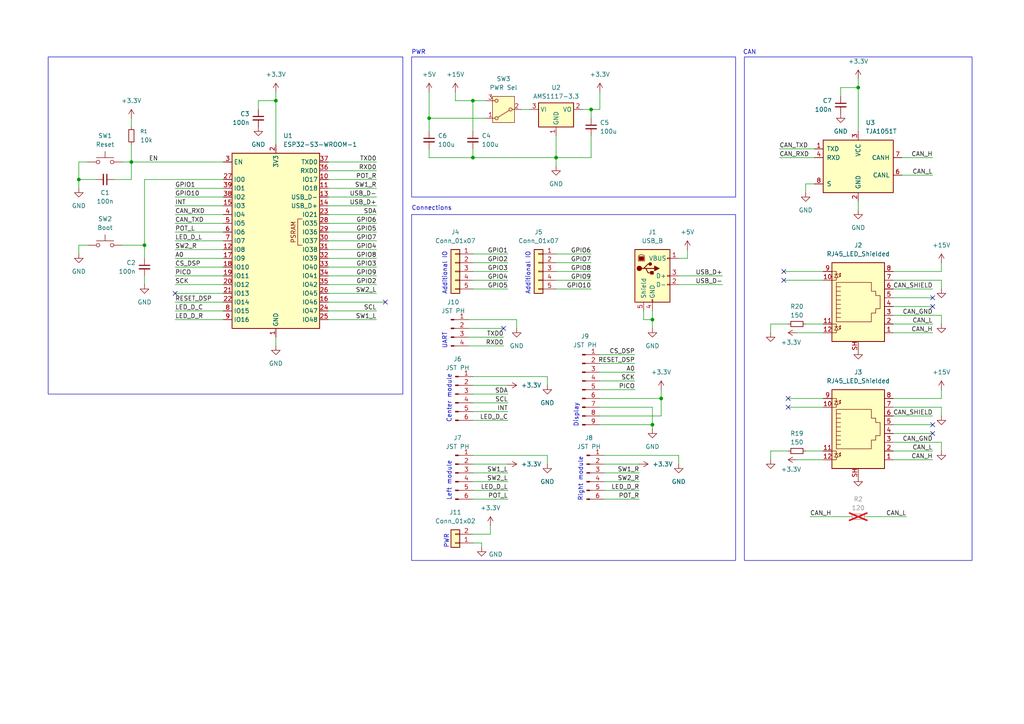
<source format=kicad_sch>
(kicad_sch (version 20250114) (generator "eeschema") (generator_version "9.0")
  (paper "A4")
  (lib_symbols
    (symbol "Connector:Conn_01x04_Pin" (pin_names (offset 1.016) (hide yes))
      (property "Reference" "J" (at 0 5.08 0))
      (property "Value" "Conn_01x04_Pin" (at 0 -7.62 0))
      (symbol "Conn_01x04_Pin_1_1"
        (pin passive line (at 5.08 2.54 180) (length 3.81) (name "Pin_1") (number "1"))
        (pin passive line (at 5.08 0 180) (length 3.81) (name "Pin_2") (number "2"))
        (pin passive line (at 5.08 -2.54 180) (length 3.81) (name "Pin_3") (number "3"))
        (pin passive line (at 5.08 -5.08 180) (length 3.81) (name "Pin_4") (number "4"))
      )
    )
    (symbol "Connector:Conn_01x06_Pin" (pin_names (offset 1.016) (hide yes))
      (property "Reference" "J" (at 0 7.62 0))
      (property "Value" "Conn_01x06_Pin" (at 0 -10.16 0))
      (symbol "Conn_01x06_Pin_1_1"
        (pin passive line (at 5.08 5.08 180) (length 3.81) (name "Pin_1") (number "1"))
        (pin passive line (at 5.08 2.54 180) (length 3.81) (name "Pin_2") (number "2"))
        (pin passive line (at 5.08 0 180) (length 3.81) (name "Pin_3") (number "3"))
        (pin passive line (at 5.08 -2.54 180) (length 3.81) (name "Pin_4") (number "4"))
        (pin passive line (at 5.08 -5.08 180) (length 3.81) (name "Pin_5") (number "5"))
        (pin passive line (at 5.08 -7.62 180) (length 3.81) (name "Pin_6") (number "6"))
      )
    )
    (symbol "Connector:Conn_01x09_Pin" (pin_names (offset 1.016) (hide yes))
      (property "Reference" "J" (at 0 12.7 0))
      (property "Value" "Conn_01x09_Pin" (at 0 -12.7 0))
      (symbol "Conn_01x09_Pin_1_1"
        (pin passive line (at 5.08 10.16 180) (length 3.81) (name "Pin_1") (number "1"))
        (pin passive line (at 5.08 7.62 180) (length 3.81) (name "Pin_2") (number "2"))
        (pin passive line (at 5.08 5.08 180) (length 3.81) (name "Pin_3") (number "3"))
        (pin passive line (at 5.08 2.54 180) (length 3.81) (name "Pin_4") (number "4"))
        (pin passive line (at 5.08 0 180) (length 3.81) (name "Pin_5") (number "5"))
        (pin passive line (at 5.08 -2.54 180) (length 3.81) (name "Pin_6") (number "6"))
        (pin passive line (at 5.08 -5.08 180) (length 3.81) (name "Pin_7") (number "7"))
        (pin passive line (at 5.08 -7.62 180) (length 3.81) (name "Pin_8") (number "8"))
        (pin passive line (at 5.08 -10.16 180) (length 3.81) (name "Pin_9") (number "9"))
      )
    )
    (symbol "Connector:RJ45_LED_Shielded" (pin_names (offset 1.016))
      (property "Reference" "J" (at -5.08 13.97 0))
      (property "Value" "RJ45_LED_Shielded" (at 1.27 13.97 0))
      (symbol "RJ45_LED_Shielded_1_1"
        (pin passive line (at -10.16 10.16 0) (length 2.54) (name "~") (number "9"))
        (pin passive line (at -10.16 7.62 0) (length 2.54) (name "~") (number "10"))
        (pin passive line (at -10.16 -5.08 0) (length 2.54) (name "~") (number "11"))
        (pin passive line (at -10.16 -7.62 0) (length 2.54) (name "~") (number "12"))
        (pin passive line (at 0 -12.7 90) (length 2.54) (name "~") (number "SH"))
        (pin passive line (at 10.16 10.16 180) (length 2.54) (name "~") (number "8"))
        (pin passive line (at 10.16 7.62 180) (length 2.54) (name "~") (number "7"))
        (pin passive line (at 10.16 5.08 180) (length 2.54) (name "~") (number "6"))
        (pin passive line (at 10.16 2.54 180) (length 2.54) (name "~") (number "5"))
        (pin passive line (at 10.16 0 180) (length 2.54) (name "~") (number "4"))
        (pin passive line (at 10.16 -2.54 180) (length 2.54) (name "~") (number "3"))
        (pin passive line (at 10.16 -5.08 180) (length 2.54) (name "~") (number "2"))
        (pin passive line (at 10.16 -7.62 180) (length 2.54) (name "~") (number "1"))
      )
    )
    (symbol "Connector:USB_B" (pin_names (offset 1.016))
      (property "Reference" "J" (at -5.08 11.43 0))
      (property "Value" "USB_B" (at -5.08 8.89 0))
      (symbol "USB_B_1_1"
        (pin passive line (at -2.54 -10.16 90) (length 2.54) (name "Shield") (number "5"))
        (pin power_out line (at 0 -10.16 90) (length 2.54) (name "GND") (number "4"))
        (pin power_out line (at 7.62 5.08 180) (length 2.54) (name "VBUS") (number "1"))
        (pin bidirectional line (at 7.62 0 180) (length 2.54) (name "D+") (number "3"))
        (pin bidirectional line (at 7.62 -2.54 180) (length 2.54) (name "D-") (number "2"))
      )
    )
    (symbol "Connector_Generic:Conn_01x02" (pin_names (offset 1.016) (hide yes))
      (property "Reference" "J" (at 0 2.54 0))
      (property "Value" "Conn_01x02" (at 0 -5.08 0))
      (symbol "Conn_01x02_1_1"
        (pin passive line (at -5.08 0 0) (length 3.81) (name "Pin_1") (number "1"))
        (pin passive line (at -5.08 -2.54 0) (length 3.81) (name "Pin_2") (number "2"))
      )
    )
    (symbol "Connector_Generic:Conn_01x05" (pin_names (offset 1.016) (hide yes))
      (property "Reference" "J" (at 0 7.62 0))
      (property "Value" "Conn_01x05" (at 0 -7.62 0))
      (symbol "Conn_01x05_1_1"
        (pin passive line (at -5.08 5.08 0) (length 3.81) (name "Pin_1") (number "1"))
        (pin passive line (at -5.08 2.54 0) (length 3.81) (name "Pin_2") (number "2"))
        (pin passive line (at -5.08 0 0) (length 3.81) (name "Pin_3") (number "3"))
        (pin passive line (at -5.08 -2.54 0) (length 3.81) (name "Pin_4") (number "4"))
        (pin passive line (at -5.08 -5.08 0) (length 3.81) (name "Pin_5") (number "5"))
      )
    )
    (symbol "Device:C_Small" (pin_numbers (hide yes)) (pin_names (offset 0.254) (hide yes))
      (property "Reference" "C" (at 0.254 1.778 0))
      (property "Value" "C_Small" (at 0.254 -2.032 0))
      (symbol "C_Small_1_1"
        (pin passive line (at 0 2.54 270) (length 2.032) (name "~") (number "1"))
        (pin passive line (at 0 -2.54 90) (length 2.032) (name "~") (number "2"))
      )
    )
    (symbol "Device:R_Small" (pin_numbers (hide yes)) (pin_names (offset 0.254) (hide yes))
      (property "Reference" "R" (at 0 0 90))
      (property "Value" "R_Small" (at 1.778 0 90))
      (symbol "R_Small_1_1"
        (pin passive line (at 0 2.54 270) (length 0.762) (name "~") (number "1"))
        (pin passive line (at 0 -2.54 90) (length 0.762) (name "~") (number "2"))
      )
    )
    (symbol "Interface_CAN_LIN:TJA1051T" (pin_names (offset 1.016))
      (property "Reference" "U" (at -10.16 8.89 0))
      (property "Value" "TJA1051T" (at 1.27 8.89 0))
      (symbol "TJA1051T_1_1"
        (pin input line (at -12.7 5.08 0) (length 2.54) (name "TXD") (number "1"))
        (pin output line (at -12.7 2.54 0) (length 2.54) (name "RXD") (number "4"))
        (pin input line (at -12.7 -5.08 0) (length 2.54) (name "S") (number "8"))
        (pin no_connect line (at -10.16 -2.54 0) (length 2.54) (hide yes) (name "NC") (number "5"))
        (pin power_in line (at 0 10.16 270) (length 2.54) (name "VCC") (number "3"))
        (pin power_in line (at 0 -10.16 90) (length 2.54) (name "GND") (number "2"))
        (pin bidirectional line (at 12.7 2.54 180) (length 2.54) (name "CANH") (number "7"))
        (pin bidirectional line (at 12.7 -2.54 180) (length 2.54) (name "CANL") (number "6"))
      )
    )
    (symbol "RF_Module:ESP32-S3-WROOM-1"
      (property "Reference" "U" (at -12.7 26.67 0))
      (property "Value" "ESP32-S3-WROOM-1" (at 12.7 26.67 0))
      (symbol "ESP32-S3-WROOM-1_0_0"
        (text "PSRAM" (at 5.08 2.54 900) (effects (font (size 1.27 1.27))))
      )
      (symbol "ESP32-S3-WROOM-1_1_1"
        (pin input line (at -15.24 22.86 0) (length 2.54) (name "EN") (number "3"))
        (pin bidirectional line (at -15.24 17.78 0) (length 2.54) (name "IO0") (number "27"))
        (pin bidirectional line (at -15.24 15.24 0) (length 2.54) (name "IO1") (number "39"))
        (pin bidirectional line (at -15.24 12.7 0) (length 2.54) (name "IO2") (number "38"))
        (pin bidirectional line (at -15.24 10.16 0) (length 2.54) (name "IO3") (number "15"))
        (pin bidirectional line (at -15.24 7.62 0) (length 2.54) (name "IO4") (number "4"))
        (pin bidirectional line (at -15.24 5.08 0) (length 2.54) (name "IO5") (number "5"))
        (pin bidirectional line (at -15.24 2.54 0) (length 2.54) (name "IO6") (number "6"))
        (pin bidirectional line (at -15.24 0 0) (length 2.54) (name "IO7") (number "7"))
        (pin bidirectional line (at -15.24 -2.54 0) (length 2.54) (name "IO8") (number "12"))
        (pin bidirectional line (at -15.24 -5.08 0) (length 2.54) (name "IO9") (number "17"))
        (pin bidirectional line (at -15.24 -7.62 0) (length 2.54) (name "IO10") (number "18"))
        (pin bidirectional line (at -15.24 -10.16 0) (length 2.54) (name "IO11") (number "19"))
        (pin bidirectional line (at -15.24 -12.7 0) (length 2.54) (name "IO12") (number "20"))
        (pin bidirectional line (at -15.24 -15.24 0) (length 2.54) (name "IO13") (number "21"))
        (pin bidirectional line (at -15.24 -17.78 0) (length 2.54) (name "IO14") (number "22"))
        (pin bidirectional line (at -15.24 -20.32 0) (length 2.54) (name "IO15") (number "8"))
        (pin bidirectional line (at -15.24 -22.86 0) (length 2.54) (name "IO16") (number "9"))
        (pin power_in line (at 0 27.94 270) (length 2.54) (name "3V3") (number "2"))
        (pin power_in line (at 0 -27.94 90) (length 2.54) (name "GND") (number "1"))
        (pin passive line (at 0 -27.94 90) (length 2.54) (hide yes) (name "GND") (number "40"))
        (pin passive line (at 0 -27.94 90) (length 2.54) (hide yes) (name "GND") (number "41"))
        (pin bidirectional line (at 15.24 22.86 180) (length 2.54) (name "TXD0") (number "37"))
        (pin bidirectional line (at 15.24 20.32 180) (length 2.54) (name "RXD0") (number "36"))
        (pin bidirectional line (at 15.24 17.78 180) (length 2.54) (name "IO17") (number "10"))
        (pin bidirectional line (at 15.24 15.24 180) (length 2.54) (name "IO18") (number "11"))
        (pin bidirectional line (at 15.24 12.7 180) (length 2.54) (name "USB_D-") (number "13"))
        (pin bidirectional line (at 15.24 10.16 180) (length 2.54) (name "USB_D+") (number "14"))
        (pin bidirectional line (at 15.24 7.62 180) (length 2.54) (name "IO21") (number "23"))
        (pin bidirectional line (at 15.24 5.08 180) (length 2.54) (name "IO35") (number "28"))
        (pin bidirectional line (at 15.24 2.54 180) (length 2.54) (name "IO36") (number "29"))
        (pin bidirectional line (at 15.24 0 180) (length 2.54) (name "IO37") (number "30"))
        (pin bidirectional line (at 15.24 -2.54 180) (length 2.54) (name "IO38") (number "31"))
        (pin bidirectional line (at 15.24 -5.08 180) (length 2.54) (name "IO39") (number "32"))
        (pin bidirectional line (at 15.24 -7.62 180) (length 2.54) (name "IO40") (number "33"))
        (pin bidirectional line (at 15.24 -10.16 180) (length 2.54) (name "IO41") (number "34"))
        (pin bidirectional line (at 15.24 -12.7 180) (length 2.54) (name "IO42") (number "35"))
        (pin bidirectional line (at 15.24 -15.24 180) (length 2.54) (name "IO45") (number "26"))
        (pin bidirectional line (at 15.24 -17.78 180) (length 2.54) (name "IO46") (number "16"))
        (pin bidirectional line (at 15.24 -20.32 180) (length 2.54) (name "IO47") (number "24"))
        (pin bidirectional line (at 15.24 -22.86 180) (length 2.54) (name "IO48") (number "25"))
      )
    )
    (symbol "Regulator_Linear:AMS1117-3.3"
      (property "Reference" "U" (at -3.81 3.175 0))
      (property "Value" "AMS1117-3.3" (at 0 3.175 0))
      (symbol "AMS1117-3.3_1_1"
        (pin power_in line (at -7.62 0 0) (length 2.54) (name "VI") (number "3"))
        (pin power_in line (at 0 -7.62 90) (length 2.54) (name "GND") (number "1"))
        (pin power_out line (at 7.62 0 180) (length 2.54) (name "VO") (number "2"))
      )
    )
    (symbol "Switch:SW_Push" (pin_numbers (hide yes)) (pin_names (offset 1.016) (hide yes))
      (property "Reference" "SW" (at 1.27 2.54 0))
      (property "Value" "SW_Push" (at 0 -1.524 0))
      (symbol "SW_Push_0_1"
        (pin passive line (at -5.08 0 0) (length 2.54) (name "1") (number "1"))
        (pin passive line (at 5.08 0 180) (length 2.54) (name "2") (number "2"))
      )
    )
    (symbol "Switch:SW_SPDT" (pin_names (offset 0) (hide yes))
      (property "Reference" "SW" (at 0 5.08 0))
      (property "Value" "SW_SPDT" (at 0 -5.08 0))
      (symbol "SW_SPDT_1_1"
        (pin passive line (at -5.08 0 0) (length 2.54) (name "B") (number "2"))
        (pin passive line (at 5.08 2.54 180) (length 2.54) (name "A") (number "1"))
        (pin passive line (at 5.08 -2.54 180) (length 2.54) (name "C") (number "3"))
      )
    )
    (symbol "power:+15V" (power) (pin_numbers (hide yes)) (pin_names (offset 0) (hide yes))
      (property "Value" "+15V" (at 0 3.556 0))
      (symbol "+15V_1_1"
        (pin power_in line (at 0 0 90) (length 0) (name "~") (number "1"))
      )
    )
    (symbol "power:+3.3V" (power) (pin_numbers (hide yes)) (pin_names (offset 0) (hide yes))
      (property "Value" "+3.3V" (at 0 3.556 0))
      (symbol "+3.3V_1_1"
        (pin power_in line (at 0 0 90) (length 0) (name "~") (number "1"))
      )
    )
    (symbol "power:+5V" (power) (pin_numbers (hide yes)) (pin_names (offset 0) (hide yes))
      (property "Value" "+5V" (at 0 3.556 0))
      (symbol "+5V_1_1"
        (pin power_in line (at 0 0 90) (length 0) (name "~") (number "1"))
      )
    )
    (symbol "power:GND" (power) (pin_numbers (hide yes)) (pin_names (offset 0) (hide yes))
      (property "Value" "GND" (at 0 -3.81 0))
      (symbol "GND_1_1"
        (pin power_in line (at 0 0 270) (length 0) (name "~") (number "1"))
      )
    )
  )
  (rectangle (start 13.97 16.51) (end 116.84 114.3))
  (rectangle (start 119.38 16.51) (end 213.36 57.15))
  (rectangle (start 215.9 16.51) (end 281.94 162.56))
  (rectangle (start 119.38 62.23) (end 213.36 162.56))
  (text "UART" (at 129.032 98.806 90) (effects (font (size 1.27 1.27))))
  (text "Additional IO" (at 153.162 79.248 90) (effects (font (size 1.27 1.27))))
  (text "Additional IO" (at 129.032 79.248 90) (effects (font (size 1.27 1.27))))
  (text "Center module" (at 130.302 115.57 90) (effects (font (size 1.27 1.27))))
  (text "CAN" (at 217.424 15.24 0) (effects (font (size 1.27 1.27))))
  (text "PWR" (at 121.412 15.24 0) (effects (font (size 1.27 1.27))))
  (text "Left module" (at 130.302 139.446 90) (effects (font (size 1.27 1.27))))
  (text "Display" (at 167.132 120.396 90) (effects (font (size 1.27 1.27))))
  (text "Right module" (at 168.402 138.938 90) (effects (font (size 1.27 1.27))))
  (text "Connections" (at 125.222 60.452 0) (effects (font (size 1.27 1.27))))
  (text "PWR" (at 129.54 156.972 90) (effects (font (size 1.27 1.27))))
  (junction (at 189.23 123.19))
  (junction (at 171.45 31.75))
  (junction (at 137.16 29.21))
  (junction (at 41.91 71.12))
  (junction (at 248.92 25.4))
  (junction (at 22.86 52.07))
  (junction (at 191.77 115.57))
  (junction (at 80.01 29.21))
  (junction (at 38.1 46.99))
  (junction (at 137.16 45.72))
  (junction (at 189.23 92.71))
  (junction (at 161.29 45.72))
  (junction (at 124.46 34.29))
  (no_connect (at 270.51 125.73))
  (no_connect (at 228.6 118.11))
  (no_connect (at 270.51 88.9))
  (no_connect (at 270.51 123.19))
  (no_connect (at 228.6 115.57))
  (no_connect (at 111.76 87.63))
  (no_connect (at 50.8 85.09))
  (no_connect (at 227.33 78.74))
  (no_connect (at 227.33 81.28))
  (no_connect (at 270.51 86.36))
  (no_connect (at 146.05 95.25))
  (wire (pts (xy 124.46 26.67) (xy 124.46 34.29)))
  (wire (pts (xy 135.89 92.71) (xy 149.86 92.71)))
  (wire (pts (xy 95.25 49.53) (xy 109.22 49.53)))
  (wire (pts (xy 233.68 130.81) (xy 238.76 130.81)))
  (wire (pts (xy 50.8 54.61) (xy 64.77 54.61)))
  (wire (pts (xy 171.45 45.72) (xy 171.45 39.37)))
  (wire (pts (xy 50.8 69.85) (xy 64.77 69.85)))
  (wire (pts (xy 124.46 43.18) (xy 124.46 45.72)))
  (wire (pts (xy 189.23 92.71) (xy 189.23 90.17)))
  (wire (pts (xy 50.8 67.31) (xy 64.77 67.31)))
  (wire (pts (xy 196.85 80.01) (xy 209.55 80.01)))
  (wire (pts (xy 132.08 26.67) (xy 132.08 29.21)))
  (wire (pts (xy 25.4 71.12) (xy 22.86 71.12)))
  (wire (pts (xy 259.08 133.35) (xy 270.51 133.35)))
  (wire (pts (xy 41.91 52.07) (xy 64.77 52.07)))
  (wire (pts (xy 227.33 81.28) (xy 238.76 81.28)))
  (wire (pts (xy 95.25 74.93) (xy 109.22 74.93)))
  (wire (pts (xy 223.52 93.98) (xy 228.6 93.98)))
  (wire (pts (xy 189.23 123.19) (xy 189.23 124.46)))
  (wire (pts (xy 259.08 125.73) (xy 270.51 125.73)))
  (wire (pts (xy 243.84 27.94) (xy 243.84 25.4)))
  (wire (pts (xy 233.68 53.34) (xy 233.68 55.88)))
  (wire (pts (xy 137.16 137.16) (xy 147.32 137.16)))
  (wire (pts (xy 95.25 69.85) (xy 109.22 69.85)))
  (wire (pts (xy 236.22 53.34) (xy 233.68 53.34)))
  (wire (pts (xy 191.77 120.65) (xy 191.77 115.57)))
  (wire (pts (xy 191.77 113.03) (xy 191.77 115.57)))
  (wire (pts (xy 41.91 80.01) (xy 41.91 82.55)))
  (wire (pts (xy 41.91 71.12) (xy 41.91 74.93)))
  (wire (pts (xy 161.29 76.2) (xy 171.45 76.2)))
  (wire (pts (xy 171.45 31.75) (xy 171.45 34.29)))
  (wire (pts (xy 173.99 26.67) (xy 173.99 31.75)))
  (wire (pts (xy 142.24 152.4) (xy 142.24 154.94)))
  (wire (pts (xy 137.16 73.66) (xy 147.32 73.66)))
  (wire (pts (xy 95.25 90.17) (xy 109.22 90.17)))
  (wire (pts (xy 95.25 77.47) (xy 109.22 77.47)))
  (wire (pts (xy 228.6 118.11) (xy 238.76 118.11)))
  (wire (pts (xy 50.8 87.63) (xy 64.77 87.63)))
  (wire (pts (xy 137.16 43.18) (xy 137.16 45.72)))
  (wire (pts (xy 223.52 130.81) (xy 228.6 130.81)))
  (wire (pts (xy 228.6 115.57) (xy 238.76 115.57)))
  (wire (pts (xy 38.1 41.91) (xy 38.1 46.99)))
  (wire (pts (xy 259.08 83.82) (xy 270.51 83.82)))
  (wire (pts (xy 137.16 114.3) (xy 147.32 114.3)))
  (wire (pts (xy 95.25 52.07) (xy 109.22 52.07)))
  (wire (pts (xy 248.92 22.86) (xy 248.92 25.4)))
  (wire (pts (xy 38.1 46.99) (xy 64.77 46.99)))
  (wire (pts (xy 161.29 45.72) (xy 161.29 48.26)))
  (wire (pts (xy 186.69 92.71) (xy 189.23 92.71)))
  (wire (pts (xy 173.99 115.57) (xy 191.77 115.57)))
  (wire (pts (xy 137.16 29.21) (xy 140.97 29.21)))
  (wire (pts (xy 168.91 31.75) (xy 171.45 31.75)))
  (wire (pts (xy 231.14 133.35) (xy 238.76 133.35)))
  (wire (pts (xy 273.05 76.2) (xy 273.05 78.74)))
  (wire (pts (xy 22.86 52.07) (xy 27.94 52.07)))
  (wire (pts (xy 74.93 31.75) (xy 74.93 29.21)))
  (wire (pts (xy 124.46 45.72) (xy 137.16 45.72)))
  (wire (pts (xy 158.75 132.08) (xy 158.75 134.62)))
  (wire (pts (xy 95.25 67.31) (xy 109.22 67.31)))
  (wire (pts (xy 38.1 34.29) (xy 38.1 36.83)))
  (wire (pts (xy 80.01 26.67) (xy 80.01 29.21)))
  (wire (pts (xy 261.62 50.8) (xy 270.51 50.8)))
  (wire (pts (xy 161.29 83.82) (xy 171.45 83.82)))
  (wire (pts (xy 137.16 121.92) (xy 147.32 121.92)))
  (wire (pts (xy 273.05 118.11) (xy 273.05 120.65)))
  (wire (pts (xy 223.52 93.98) (xy 223.52 96.52)))
  (wire (pts (xy 227.33 78.74) (xy 238.76 78.74)))
  (wire (pts (xy 137.16 144.78) (xy 147.32 144.78)))
  (wire (pts (xy 137.16 116.84) (xy 147.32 116.84)))
  (wire (pts (xy 243.84 25.4) (xy 248.92 25.4)))
  (wire (pts (xy 38.1 46.99) (xy 38.1 52.07)))
  (wire (pts (xy 135.89 95.25) (xy 146.05 95.25)))
  (wire (pts (xy 189.23 118.11) (xy 189.23 123.19)))
  (wire (pts (xy 80.01 29.21) (xy 80.01 41.91)))
  (wire (pts (xy 186.69 90.17) (xy 186.69 92.71)))
  (wire (pts (xy 95.25 72.39) (xy 109.22 72.39)))
  (wire (pts (xy 95.25 82.55) (xy 109.22 82.55)))
  (wire (pts (xy 50.8 77.47) (xy 64.77 77.47)))
  (wire (pts (xy 139.7 157.48) (xy 139.7 158.75)))
  (wire (pts (xy 25.4 46.99) (xy 22.86 46.99)))
  (wire (pts (xy 50.8 80.01) (xy 64.77 80.01)))
  (wire (pts (xy 137.16 109.22) (xy 158.75 109.22)))
  (wire (pts (xy 251.46 149.86) (xy 262.89 149.86)))
  (wire (pts (xy 50.8 57.15) (xy 64.77 57.15)))
  (wire (pts (xy 173.99 118.11) (xy 189.23 118.11)))
  (wire (pts (xy 50.8 64.77) (xy 64.77 64.77)))
  (wire (pts (xy 196.85 132.08) (xy 196.85 134.62)))
  (wire (pts (xy 22.86 52.07) (xy 22.86 54.61)))
  (wire (pts (xy 50.8 62.23) (xy 64.77 62.23)))
  (wire (pts (xy 161.29 78.74) (xy 171.45 78.74)))
  (wire (pts (xy 137.16 83.82) (xy 147.32 83.82)))
  (wire (pts (xy 189.23 95.25) (xy 189.23 92.71)))
  (wire (pts (xy 273.05 81.28) (xy 273.05 83.82)))
  (wire (pts (xy 137.16 78.74) (xy 147.32 78.74)))
  (wire (pts (xy 135.89 100.33) (xy 146.05 100.33)))
  (wire (pts (xy 259.08 93.98) (xy 270.51 93.98)))
  (wire (pts (xy 161.29 81.28) (xy 171.45 81.28)))
  (wire (pts (xy 175.26 134.62) (xy 185.42 134.62)))
  (wire (pts (xy 95.25 64.77) (xy 109.22 64.77)))
  (wire (pts (xy 95.25 87.63) (xy 111.76 87.63)))
  (wire (pts (xy 50.8 82.55) (xy 64.77 82.55)))
  (wire (pts (xy 259.08 91.44) (xy 273.05 91.44)))
  (wire (pts (xy 158.75 109.22) (xy 158.75 111.76)))
  (wire (pts (xy 173.99 102.87) (xy 184.15 102.87)))
  (wire (pts (xy 50.8 72.39) (xy 64.77 72.39)))
  (wire (pts (xy 22.86 46.99) (xy 22.86 52.07)))
  (wire (pts (xy 50.8 59.69) (xy 64.77 59.69)))
  (wire (pts (xy 95.25 57.15) (xy 109.22 57.15)))
  (wire (pts (xy 259.08 88.9) (xy 270.51 88.9)))
  (wire (pts (xy 171.45 31.75) (xy 173.99 31.75)))
  (wire (pts (xy 226.06 45.72) (xy 236.22 45.72)))
  (wire (pts (xy 80.01 97.79) (xy 80.01 100.33)))
  (wire (pts (xy 226.06 43.18) (xy 236.22 43.18)))
  (wire (pts (xy 259.08 130.81) (xy 270.51 130.81)))
  (wire (pts (xy 259.08 86.36) (xy 270.51 86.36)))
  (wire (pts (xy 132.08 29.21) (xy 137.16 29.21)))
  (wire (pts (xy 259.08 128.27) (xy 273.05 128.27)))
  (wire (pts (xy 137.16 81.28) (xy 147.32 81.28)))
  (wire (pts (xy 261.62 45.72) (xy 270.51 45.72)))
  (wire (pts (xy 95.25 62.23) (xy 109.22 62.23)))
  (wire (pts (xy 173.99 107.95) (xy 184.15 107.95)))
  (wire (pts (xy 161.29 73.66) (xy 171.45 73.66)))
  (wire (pts (xy 175.26 137.16) (xy 185.42 137.16)))
  (wire (pts (xy 137.16 119.38) (xy 147.32 119.38)))
  (wire (pts (xy 161.29 45.72) (xy 171.45 45.72)))
  (wire (pts (xy 137.16 132.08) (xy 158.75 132.08)))
  (wire (pts (xy 234.95 149.86) (xy 246.38 149.86)))
  (wire (pts (xy 248.92 25.4) (xy 248.92 38.1)))
  (wire (pts (xy 259.08 96.52) (xy 270.51 96.52)))
  (wire (pts (xy 196.85 74.93) (xy 199.39 74.93)))
  (wire (pts (xy 50.8 90.17) (xy 64.77 90.17)))
  (wire (pts (xy 50.8 85.09) (xy 64.77 85.09)))
  (wire (pts (xy 151.13 31.75) (xy 153.67 31.75)))
  (wire (pts (xy 259.08 120.65) (xy 270.51 120.65)))
  (wire (pts (xy 173.99 123.19) (xy 189.23 123.19)))
  (wire (pts (xy 137.16 29.21) (xy 137.16 38.1)))
  (wire (pts (xy 50.8 92.71) (xy 64.77 92.71)))
  (wire (pts (xy 259.08 78.74) (xy 273.05 78.74)))
  (wire (pts (xy 137.16 134.62) (xy 147.32 134.62)))
  (wire (pts (xy 137.16 157.48) (xy 139.7 157.48)))
  (wire (pts (xy 199.39 72.39) (xy 199.39 74.93)))
  (wire (pts (xy 95.25 46.99) (xy 109.22 46.99)))
  (wire (pts (xy 175.26 142.24) (xy 185.42 142.24)))
  (wire (pts (xy 137.16 45.72) (xy 161.29 45.72)))
  (wire (pts (xy 95.25 85.09) (xy 109.22 85.09)))
  (wire (pts (xy 173.99 113.03) (xy 184.15 113.03)))
  (wire (pts (xy 137.16 76.2) (xy 147.32 76.2)))
  (wire (pts (xy 22.86 71.12) (xy 22.86 73.66)))
  (wire (pts (xy 175.26 139.7) (xy 185.42 139.7)))
  (wire (pts (xy 35.56 71.12) (xy 41.91 71.12)))
  (wire (pts (xy 175.26 132.08) (xy 196.85 132.08)))
  (wire (pts (xy 173.99 110.49) (xy 184.15 110.49)))
  (wire (pts (xy 273.05 128.27) (xy 273.05 130.81)))
  (wire (pts (xy 196.85 82.55) (xy 209.55 82.55)))
  (wire (pts (xy 231.14 96.52) (xy 238.76 96.52)))
  (wire (pts (xy 95.25 54.61) (xy 109.22 54.61)))
  (wire (pts (xy 137.16 111.76) (xy 147.32 111.76)))
  (wire (pts (xy 124.46 34.29) (xy 140.97 34.29)))
  (wire (pts (xy 135.89 97.79) (xy 146.05 97.79)))
  (wire (pts (xy 95.25 92.71) (xy 109.22 92.71)))
  (wire (pts (xy 259.08 118.11) (xy 273.05 118.11)))
  (wire (pts (xy 175.26 144.78) (xy 185.42 144.78)))
  (wire (pts (xy 273.05 113.03) (xy 273.05 115.57)))
  (wire (pts (xy 35.56 46.99) (xy 38.1 46.99)))
  (wire (pts (xy 95.25 59.69) (xy 109.22 59.69)))
  (wire (pts (xy 161.29 39.37) (xy 161.29 45.72)))
  (wire (pts (xy 233.68 93.98) (xy 238.76 93.98)))
  (wire (pts (xy 74.93 29.21) (xy 80.01 29.21)))
  (wire (pts (xy 137.16 142.24) (xy 147.32 142.24)))
  (wire (pts (xy 223.52 130.81) (xy 223.52 133.35)))
  (wire (pts (xy 259.08 81.28) (xy 273.05 81.28)))
  (wire (pts (xy 41.91 52.07) (xy 41.91 71.12)))
  (wire (pts (xy 149.86 92.71) (xy 149.86 95.25)))
  (wire (pts (xy 273.05 91.44) (xy 273.05 93.98)))
  (wire (pts (xy 173.99 105.41) (xy 184.15 105.41)))
  (wire (pts (xy 95.25 80.01) (xy 109.22 80.01)))
  (wire (pts (xy 259.08 123.19) (xy 270.51 123.19)))
  (wire (pts (xy 259.08 115.57) (xy 273.05 115.57)))
  (wire (pts (xy 137.16 154.94) (xy 142.24 154.94)))
  (wire (pts (xy 124.46 34.29) (xy 124.46 38.1)))
  (wire (pts (xy 33.02 52.07) (xy 38.1 52.07)))
  (wire (pts (xy 50.8 74.93) (xy 64.77 74.93)))
  (wire (pts (xy 248.92 58.42) (xy 248.92 60.96)))
  (wire (pts (xy 173.99 120.65) (xy 191.77 120.65)))
  (wire (pts (xy 137.16 139.7) (xy 147.32 139.7)))
  (label "CAN_L" (at 270.51 130.81 180))
  (label "GPIO6" (at 171.45 73.66 180))
  (label "SCL" (at 147.32 116.84 180))
  (label "GPIO1" (at 147.32 73.66 180))
  (label "GPIO1" (at 50.8 54.61 0))
  (label "USB_D+" (at 209.55 80.01 180))
  (label "GPIO7" (at 109.22 69.85 180))
  (label "GPIO2" (at 109.22 82.55 180))
  (label "POT_L" (at 147.32 144.78 180))
  (label "GPIO8" (at 109.22 74.93 180))
  (label "LED_D_L" (at 50.8 69.85 0))
  (label "SDA" (at 147.32 114.3 180))
  (label "GPIO4" (at 147.32 81.28 180))
  (label "CS_DSP" (at 184.15 102.87 180))
  (label "LED_D_C" (at 50.8 90.17 0))
  (label "GPIO10" (at 171.45 83.82 180))
  (label "INT" (at 50.8 59.69 0))
  (label "SW2_L" (at 109.22 85.09 180))
  (label "CAN_L" (at 270.51 93.98 180))
  (label "CAN_L" (at 270.51 50.8 180))
  (label "GPIO9" (at 171.45 81.28 180))
  (label "USB_D-" (at 209.55 82.55 180))
  (label "CAN_SHIELD" (at 270.51 83.82 180))
  (label "CAN_TXD" (at 226.06 43.18 0))
  (label "GPIO10" (at 50.8 57.15 0))
  (label "CAN_GND" (at 270.51 128.27 180))
  (label "RESET_DSP" (at 50.8 87.63 0))
  (label "RXD0" (at 146.05 100.33 180))
  (label "SDA" (at 109.22 62.23 180))
  (label "GPIO5" (at 147.32 83.82 180))
  (label "CAN_RXD" (at 226.06 45.72 0))
  (label "GPIO4" (at 109.22 72.39 180))
  (label "CAN_H" (at 234.95 149.86 0))
  (label "CAN_H" (at 270.51 45.72 180))
  (label "GPIO6" (at 109.22 64.77 180))
  (label "GPIO5" (at 109.22 67.31 180))
  (label "SW1_L" (at 147.32 137.16 180))
  (label "CAN_H" (at 270.51 96.52 180))
  (label "CAN_RXD" (at 50.8 62.23 0))
  (label "USB_D+" (at 109.22 59.69 180))
  (label "CAN_SHIELD" (at 270.51 120.65 180))
  (label "A0" (at 50.8 74.93 0))
  (label "POT_L" (at 50.8 67.31 0))
  (label "PICO" (at 50.8 80.01 0))
  (label "LED_D_R" (at 50.8 92.71 0))
  (label "GPIO3" (at 147.32 78.74 180))
  (label "LED_D_C" (at 147.32 121.92 180))
  (label "RXD0" (at 109.22 49.53 180))
  (label "LED_D_L" (at 147.32 142.24 180))
  (label "SCL" (at 109.22 90.17 180))
  (label "INT" (at 147.32 119.38 180))
  (label "LED_D_R" (at 185.42 142.24 180))
  (label "SW1_R" (at 185.42 137.16 180))
  (label "POT_R" (at 109.22 52.07 180))
  (label "SW2_L" (at 147.32 139.7 180))
  (label "SW2_R" (at 185.42 139.7 180))
  (label "PICO" (at 184.15 113.03 180))
  (label "GPIO7" (at 171.45 76.2 180))
  (label "CAN_L" (at 262.89 149.86 180))
  (label "GPIO8" (at 171.45 78.74 180))
  (label "TXD0" (at 146.05 97.79 180))
  (label "GPIO2" (at 147.32 76.2 180))
  (label "A0" (at 184.15 107.95 180))
  (label "CAN_TXD" (at 50.8 64.77 0))
  (label "SW1_R" (at 109.22 54.61 180))
  (label "GPIO9" (at 109.22 80.01 180))
  (label "USB_D-" (at 109.22 57.15 180))
  (label "RESET_DSP" (at 184.15 105.41 180))
  (label "CS_DSP" (at 50.8 77.47 0))
  (label "SCK" (at 184.15 110.49 180))
  (label "TXD0" (at 109.22 46.99 180))
  (label "SW2_R" (at 50.8 72.39 0))
  (label "CAN_H" (at 270.51 133.35 180))
  (label "CAN_GND" (at 270.51 91.44 180))
  (label "POT_R" (at 185.42 144.78 180))
  (label "SCK" (at 50.8 82.55 0))
  (label "GPIO3" (at 109.22 77.47 180))
  (label "EN" (at 43.18 46.99 0))
  (label "SW1_L" (at 109.22 92.71 180))
  (symbol (lib_id "Connector:Conn_01x06_Pin") (at 170.18 137.16 0) (unit 1)
    (property "Reference" "J8" (at 170.815 127 0))
    (property "Value" "JST PH" (at 170.815 129.54 0))
    (property "Footprint" "Connector_JST:JST_PH_B6B-PH-K_1x06_P2.00mm_Vertical" (effects (hide yes)))
    (property "Description" "Generic connector, single row, 01x06, script generated" (effects (hide yes)))
  )
  (symbol (lib_id "power:GND") (at 243.84 33.02 0) (unit 1)
    (property "Reference" "#PWR032" (effects (hide yes)))
    (property "Value" "GND" (at 243.84 38.1 0))
    (property "Description" "Power symbol creates a global label with name \"GND\" , ground" (effects (hide yes)))
  )
  (symbol (lib_id "Device:C_Small") (at 171.45 36.83 0) (unit 1)
    (property "Reference" "C5" (at 173.99 35.5662 0) (effects (justify left)))
    (property "Value" "100u" (at 173.99 38.1062 0) (effects (justify left)))
    (property "Footprint" "Capacitor_THT:C_Radial_D6.3mm_H7.0mm_P2.50mm" (effects (hide yes)))
    (property "Description" "Unpolarized capacitor, small symbol" (effects (hide yes)))
  )
  (symbol (lib_id "power:GND") (at 223.52 96.52 0) (unit 1)
    (property "Reference" "#PWR054" (effects (hide yes)))
    (property "Value" "GND" (effects (hide yes)))
    (property "Description" "Power symbol creates a global label with name \"GND\" , ground" (effects (hide yes)))
  )
  (symbol (lib_id "power:GND") (at 189.23 95.25 0) (unit 1)
    (property "Reference" "#PWR03" (effects (hide yes)))
    (property "Value" "GND" (at 189.23 100.33 0))
    (property "Description" "Power symbol creates a global label with name \"GND\" , ground" (effects (hide yes)))
  )
  (symbol (lib_id "Interface_CAN_LIN:TJA1051T") (at 248.92 48.26 0) (unit 1)
    (property "Reference" "U3" (at 251.0633 35.56 0) (effects (justify left)))
    (property "Value" "TJA1051T" (at 251.0633 38.1 0) (effects (justify left)))
    (property "Footprint" "Package_SO:SOIC-8_3.9x4.9mm_P1.27mm" (effects (hide yes)))
    (property "Datasheet" "http://www.nxp.com/docs/en/data-sheet/TJA1051.pdf" (effects (hide yes)))
    (property "Description" "High-Speed CAN Transceiver, silent mode, SOIC-8" (effects (hide yes)))
  )
  (symbol (lib_id "Device:C_Small") (at 30.48 52.07 270) (unit 1)
    (property "Reference" "C1" (at 30.4736 55.88 90))
    (property "Value" "100n" (at 30.4736 58.42 90))
    (property "Footprint" "Capacitor_SMD:C_1206_3216Metric" (effects (hide yes)))
    (property "Description" "Unpolarized capacitor, small symbol" (effects (hide yes)))
  )
  (symbol (lib_id "Connector:RJ45_LED_Shielded") (at 248.92 125.73 0) (unit 1)
    (property "Reference" "J3" (at 248.92 107.95 0))
    (property "Value" "RJ45_LED_Shielded" (at 248.92 110.49 0))
    (property "Footprint" "footprints:PHOENIX_1337243" (effects (hide yes)))
    (property "Description" "RJ connector, 8P8C (8 positions 8 connected), two LEDs, Shielded" (effects (hide yes)))
    (property "LCSC" "C386757" (effects (hide yes)))
    (property "Cart" "true" (effects (hide yes)))
  )
  (symbol (lib_id "Device:R_Small") (at 38.1 39.37 0) (unit 1)
    (property "Reference" "R1" (at 40.64 38.0999 0) (effects (font (size 1.016 1.016)) (justify left)))
    (property "Value" "10k" (at 40.64 40.6399 0) (effects (justify left)))
    (property "Footprint" "Resistor_SMD:R_1206_3216Metric" (effects (hide yes)))
    (property "Description" "Resistor, small symbol" (effects (hide yes)))
  )
  (symbol (lib_id "power:GND") (at 158.75 111.76 0) (unit 1)
    (property "Reference" "#PWR018" (effects (hide yes)))
    (property "Value" "GND" (at 158.75 116.84 0))
    (property "Description" "Power symbol creates a global label with name \"GND\" , ground" (effects (hide yes)))
  )
  (symbol (lib_id "power:GND") (at 161.29 48.26 0) (unit 1)
    (property "Reference" "#PWR011" (effects (hide yes)))
    (property "Value" "GND" (at 161.29 53.34 0))
    (property "Description" "Power symbol creates a global label with name \"GND\" , ground" (effects (hide yes)))
  )
  (symbol (lib_id "power:+15V") (at 273.05 76.2 0) (unit 1)
    (property "Reference" "#PWR030" (effects (hide yes)))
    (property "Value" "+15V" (at 273.05 71.12 0))
    (property "Description" "Power symbol creates a global label with name \"+15V\"" (effects (hide yes)))
  )
  (symbol (lib_id "power:+5V") (at 124.46 26.67 0) (unit 1)
    (property "Reference" "#PWR017" (effects (hide yes)))
    (property "Value" "+5V" (at 124.46 21.59 0))
    (property "Description" "Power symbol creates a global label with name \"+5V\"" (effects (hide yes)))
  )
  (symbol (lib_id "power:GND") (at 223.52 133.35 0) (unit 1)
    (property "Reference" "#PWR055" (effects (hide yes)))
    (property "Value" "GND" (effects (hide yes)))
    (property "Description" "Power symbol creates a global label with name \"GND\" , ground" (effects (hide yes)))
  )
  (symbol (lib_id "power:+3.3V") (at 80.01 26.67 0) (unit 1)
    (property "Reference" "#PWR01" (effects (hide yes)))
    (property "Value" "+3.3V" (at 80.01 21.59 0))
    (property "Description" "Power symbol creates a global label with name \"+3.3V\"" (effects (hide yes)))
  )
  (symbol (lib_id "Device:C_Small") (at 74.93 34.29 0) (unit 1)
    (property "Reference" "C3" (at 72.39 33.0262 0) (effects (justify right)))
    (property "Value" "100n" (at 72.39 35.5662 0) (effects (justify right)))
    (property "Footprint" "Capacitor_SMD:C_1206_3216Metric" (effects (hide yes)))
    (property "Description" "Unpolarized capacitor, small symbol" (effects (hide yes)))
  )
  (symbol (lib_id "Device:C_Small") (at 41.91 77.47 0) (unit 1)
    (property "Reference" "C2" (at 39.37 76.2062 0) (effects (justify right)))
    (property "Value" "100n" (at 39.37 78.7462 0) (effects (justify right)))
    (property "Footprint" "Capacitor_SMD:C_1206_3216Metric" (effects (hide yes)))
    (property "Description" "Unpolarized capacitor, small symbol" (effects (hide yes)))
  )
  (symbol (lib_id "power:+3.3V") (at 147.32 111.76 270) (unit 1)
    (property "Reference" "#PWR019" (effects (hide yes)))
    (property "Value" "+3.3V" (at 151.13 111.7599 90) (effects (justify left)))
    (property "Description" "Power symbol creates a global label with name \"+3.3V\"" (effects (hide yes)))
  )
  (symbol (lib_id "power:+5V") (at 199.39 72.39 0) (unit 1)
    (property "Reference" "#PWR04" (effects (hide yes)))
    (property "Value" "+5V" (at 199.39 67.31 0))
    (property "Description" "Power symbol creates a global label with name \"+5V\"" (effects (hide yes)))
  )
  (symbol (lib_id "Connector:RJ45_LED_Shielded") (at 248.92 88.9 0) (unit 1)
    (property "Reference" "J2" (at 248.92 71.12 0))
    (property "Value" "RJ45_LED_Shielded" (at 248.92 73.66 0))
    (property "Footprint" "footprints:PHOENIX_1337243" (effects (hide yes)))
    (property "Description" "RJ connector, 8P8C (8 positions 8 connected), two LEDs, Shielded" (effects (hide yes)))
    (property "LCSC" "C386757" (effects (hide yes)))
    (property "Cart" "true" (effects (hide yes)))
  )
  (symbol (lib_id "power:GND") (at 149.86 95.25 0) (unit 1)
    (property "Reference" "#PWR014" (effects (hide yes)))
    (property "Value" "GND" (at 149.86 100.33 0))
    (property "Description" "Power symbol creates a global label with name \"GND\" , ground" (effects (hide yes)))
  )
  (symbol (lib_id "power:GND") (at 41.91 82.55 0) (unit 1)
    (property "Reference" "#PWR09" (effects (hide yes)))
    (property "Value" "GND" (at 41.91 87.63 0))
    (property "Description" "Power symbol creates a global label with name \"GND\" , ground" (effects (hide yes)))
  )
  (symbol (lib_id "Device:C_Small") (at 137.16 40.64 0) (unit 1)
    (property "Reference" "C4" (at 139.7 39.3762 0) (effects (justify left)))
    (property "Value" "100u" (at 139.7 41.9162 0) (effects (justify left)))
    (property "Footprint" "Capacitor_THT:C_Radial_D6.3mm_H7.0mm_P2.50mm" (effects (hide yes)))
    (property "Description" "Unpolarized capacitor, small symbol" (effects (hide yes)))
  )
  (symbol (lib_id "power:+3.3V") (at 147.32 134.62 270) (unit 1)
    (property "Reference" "#PWR020" (effects (hide yes)))
    (property "Value" "+3.3V" (at 151.13 134.6199 90) (effects (justify left)))
    (property "Description" "Power symbol creates a global label with name \"+3.3V\"" (effects (hide yes)))
  )
  (symbol (lib_id "power:+3.3V") (at 191.77 113.03 0) (unit 1)
    (property "Reference" "#PWR024" (effects (hide yes)))
    (property "Value" "+3.3V" (at 191.77 107.95 0))
    (property "Description" "Power symbol creates a global label with name \"+3.3V\"" (effects (hide yes)))
  )
  (symbol (lib_id "power:+3.3V") (at 248.92 22.86 0) (unit 1)
    (property "Reference" "#PWR033" (effects (hide yes)))
    (property "Value" "+3.3V" (at 248.92 17.78 0))
    (property "Description" "Power symbol creates a global label with name \"+3.3V\"" (effects (hide yes)))
  )
  (symbol (lib_id "Switch:SW_Push") (at 30.48 46.99 0) (unit 1)
    (property "Reference" "SW1" (at 30.48 39.37 0))
    (property "Value" "Reset" (at 30.48 41.91 0))
    (property "Footprint" "footprints:SW-SMD_L3.9-W3.0-P4.45" (effects (hide yes)))
    (property "Description" "Push button switch, generic, two pins" (effects (hide yes)))
  )
  (symbol (lib_id "Device:R_Small") (at 231.14 93.98 90) (unit 1)
    (property "Reference" "R20" (at 231.14 88.9 90))
    (property "Value" "150" (at 231.14 91.44 90))
    (property "Footprint" "Resistor_SMD:R_1206_3216Metric" (effects (hide yes)))
    (property "Description" "Resistor, small symbol" (effects (hide yes)))
    (property "LCSC" "C2907432" (effects (hide yes)))
    (property "Cart" "true" (effects (hide yes)))
    (property "Reichelt" "WR12X1500FTL" (effects (hide yes)))
  )
  (symbol (lib_id "power:+3.3V") (at 231.14 96.52 90) (unit 1)
    (property "Reference" "#PWR026" (effects (hide yes)))
    (property "Value" "+3.3V" (at 232.41 99.314 90) (effects (justify left)))
    (property "Description" "Power symbol creates a global label with name \"+3.3V\"" (effects (hide yes)))
  )
  (symbol (lib_id "Connector:Conn_01x06_Pin") (at 132.08 137.16 0) (unit 1)
    (property "Reference" "J7" (at 132.715 127 0))
    (property "Value" "JST PH" (at 132.715 129.54 0))
    (property "Footprint" "Connector_JST:JST_PH_B6B-PH-K_1x06_P2.00mm_Vertical" (effects (hide yes)))
    (property "Description" "Generic connector, single row, 01x06, script generated" (effects (hide yes)))
  )
  (symbol (lib_id "Connector:Conn_01x09_Pin") (at 168.91 113.03 0) (unit 1)
    (property "Reference" "J9" (at 169.672 97.536 0))
    (property "Value" "JST PH" (at 169.672 100.076 0))
    (property "Footprint" "Connector_JST:JST_PH_B9B-PH-K_1x09_P2.00mm_Vertical" (effects (hide yes)))
    (property "Description" "Generic connector, single row, 01x09, script generated" (effects (hide yes)))
  )
  (symbol (lib_id "RF_Module:ESP32-S3-WROOM-1") (at 80.01 69.85 0) (unit 1)
    (property "Reference" "U1" (at 82.1533 39.37 0) (effects (justify left)))
    (property "Value" "ESP32-S3-WROOM-1" (at 82.1533 41.91 0) (effects (justify left)))
    (property "Footprint" "footprints:ESP32-S3-WROOM-1U" (effects (hide yes)))
    (property "Datasheet" "https://www.espressif.com/sites/default/files/documentation/esp32-s3-wroom-1_wroom-1u_datasheet_en.pdf" (effects (hide yes)))
    (property "Description" "RF Module, ESP32-S3 SoC, Wi-Fi 802.11b/g/n, Bluetooth, BLE, 32-bit, 3.3V, onboard antenna, SMD" (effects (hide yes)))
  )
  (symbol (lib_id "power:GND") (at 196.85 134.62 0) (unit 1)
    (property "Reference" "#PWR023" (effects (hide yes)))
    (property "Value" "GND" (at 196.85 139.7 0))
    (property "Description" "Power symbol creates a global label with name \"GND\" , ground" (effects (hide yes)))
  )
  (symbol (lib_id "power:+15V") (at 132.08 26.67 0) (unit 1)
    (property "Reference" "#PWR012" (effects (hide yes)))
    (property "Value" "+15V" (at 132.08 21.59 0))
    (property "Description" "Power symbol creates a global label with name \"+15V\"" (effects (hide yes)))
  )
  (symbol (lib_id "power:GND") (at 189.23 124.46 0) (unit 1)
    (property "Reference" "#PWR025" (effects (hide yes)))
    (property "Value" "GND" (at 189.23 129.54 0))
    (property "Description" "Power symbol creates a global label with name \"GND\" , ground" (effects (hide yes)))
  )
  (symbol (lib_id "power:+15V") (at 273.05 113.03 0) (unit 1)
    (property "Reference" "#PWR029" (effects (hide yes)))
    (property "Value" "+15V" (at 273.05 107.95 0))
    (property "Description" "Power symbol creates a global label with name \"+15V\"" (effects (hide yes)))
  )
  (symbol (lib_id "power:GND") (at 248.92 101.6 0) (unit 1)
    (property "Reference" "#PWR052" (effects (hide yes)))
    (property "Value" "GND" (effects (hide yes)))
    (property "Description" "Power symbol creates a global label with name \"GND\" , ground" (effects (hide yes)))
  )
  (symbol (lib_id "power:GND") (at 80.01 100.33 0) (unit 1)
    (property "Reference" "#PWR02" (effects (hide yes)))
    (property "Value" "GND" (at 80.01 105.41 0))
    (property "Description" "Power symbol creates a global label with name \"GND\" , ground" (effects (hide yes)))
  )
  (symbol (lib_id "power:+3.3V") (at 185.42 134.62 270) (unit 1)
    (property "Reference" "#PWR022" (effects (hide yes)))
    (property "Value" "+3.3V" (at 189.23 134.6199 90) (effects (justify left)))
    (property "Description" "Power symbol creates a global label with name \"+3.3V\"" (effects (hide yes)))
  )
  (symbol (lib_id "Device:R_Small") (at 231.14 130.81 90) (unit 1)
    (property "Reference" "R19" (at 231.14 125.73 90))
    (property "Value" "150" (at 231.14 128.27 90))
    (property "Footprint" "Resistor_SMD:R_1206_3216Metric" (effects (hide yes)))
    (property "Description" "Resistor, small symbol" (effects (hide yes)))
    (property "LCSC" "C2907432" (effects (hide yes)))
    (property "Cart" "true" (effects (hide yes)))
    (property "Reichelt" "WR12X1500FTL" (effects (hide yes)))
  )
  (symbol (lib_id "Connector:Conn_01x04_Pin") (at 130.81 95.25 0) (unit 1)
    (property "Reference" "J10" (at 131.445 87.63 0))
    (property "Value" "JST PH" (at 131.445 90.17 0))
    (property "Footprint" "Connector_JST:JST_PH_B4B-PH-K_1x04_P2.00mm_Vertical" (effects (hide yes)))
    (property "Description" "Generic connector, single row, 01x04, script generated" (effects (hide yes)))
  )
  (symbol (lib_id "power:GND") (at 74.93 36.83 0) (unit 1)
    (property "Reference" "#PWR010" (effects (hide yes)))
    (property "Value" "GND" (at 74.93 41.91 0))
    (property "Description" "Power symbol creates a global label with name \"GND\" , ground" (effects (hide yes)))
  )
  (symbol (lib_id "Device:C_Small") (at 124.46 40.64 0) (unit 1)
    (property "Reference" "C6" (at 127 39.3762 0) (effects (justify left)))
    (property "Value" "100u" (at 127 41.9162 0) (effects (justify left)))
    (property "Footprint" "Capacitor_THT:C_Radial_D6.3mm_H7.0mm_P2.50mm" (effects (hide yes)))
    (property "Description" "Unpolarized capacitor, small symbol" (effects (hide yes)))
  )
  (symbol (lib_id "Connector_Generic:Conn_01x02") (at 132.08 157.48 180) (unit 1)
    (property "Reference" "J11" (at 132.08 148.59 0))
    (property "Value" "Conn_01x02" (at 132.08 151.13 0))
    (property "Footprint" "footprints:TerminalBlock_WAGO_2601-3102_1x02_P3.50mm_Vertical" (effects (hide yes)))
    (property "Description" "Generic connector, single row, 01x02, script generated (kicad-library-utils/schlib/autogen/connector/)" (effects (hide yes)))
  )
  (symbol (lib_id "power:GND") (at 273.05 130.81 0) (unit 1)
    (property "Reference" "#PWR058" (effects (hide yes)))
    (property "Value" "GND" (effects (hide yes)))
    (property "Description" "Power symbol creates a global label with name \"GND\" , ground" (effects (hide yes)))
  )
  (symbol (lib_id "Switch:SW_SPDT") (at 146.05 31.75 180) (unit 1)
    (property "Reference" "SW3" (at 146.05 22.86 0))
    (property "Value" "PWR Sel" (at 146.05 25.4 0))
    (property "Footprint" "footprints:SW-TH_SS13E05LX" (effects (hide yes)))
    (property "Description" "Switch, single pole double throw" (effects (hide yes)))
  )
  (symbol (lib_id "power:GND") (at 248.92 138.43 0) (unit 1)
    (property "Reference" "#PWR053" (effects (hide yes)))
    (property "Value" "GND" (effects (hide yes)))
    (property "Description" "Power symbol creates a global label with name \"GND\" , ground" (effects (hide yes)))
  )
  (symbol (lib_id "Device:R_Small") (at 248.92 149.86 90) (unit 1) (dnp yes)
    (property "Reference" "R2" (at 248.92 144.78 90))
    (property "Value" "120" (at 248.92 147.32 90))
    (property "Footprint" "Resistor_THT:R_Axial_DIN0207_L6.3mm_D2.5mm_P7.62mm_Horizontal" (effects (hide yes)))
    (property "Description" "Resistor, small symbol" (effects (hide yes)))
  )
  (symbol (lib_id "Connector_Generic:Conn_01x05") (at 132.08 78.74 0) (mirror y) (unit 1)
    (property "Reference" "J4" (at 132.08 67.31 0))
    (property "Value" "Conn_01x07" (at 132.08 69.85 0))
    (property "Footprint" "footprints:TerminalBlock_WAGO_2601-3105_1x05_P3.50mm_Vertical" (effects (hide yes)))
    (property "Description" "Generic connector, single row, 01x05, script generated (kicad-library-utils/schlib/autogen/connector/)" (effects (hide yes)))
  )
  (symbol (lib_id "Connector:Conn_01x06_Pin") (at 132.08 114.3 0) (unit 1)
    (property "Reference" "J6" (at 132.715 104.14 0))
    (property "Value" "JST PH" (at 132.715 106.68 0))
    (property "Footprint" "Connector_JST:JST_PH_B6B-PH-K_1x06_P2.00mm_Vertical" (effects (hide yes)))
    (property "Description" "Generic connector, single row, 01x06, script generated" (effects (hide yes)))
  )
  (symbol (lib_id "power:GND") (at 233.68 55.88 0) (unit 1)
    (property "Reference" "#PWR016" (effects (hide yes)))
    (property "Value" "GND" (at 233.68 60.96 0))
    (property "Description" "Power symbol creates a global label with name \"GND\" , ground" (effects (hide yes)))
  )
  (symbol (lib_id "power:GND") (at 139.7 158.75 0) (unit 1)
    (property "Reference" "#PWR07" (effects (hide yes)))
    (property "Value" "GND" (at 143.764 160.782 0))
    (property "Description" "Power symbol creates a global label with name \"GND\" , ground" (effects (hide yes)))
  )
  (symbol (lib_id "Regulator_Linear:AMS1117-3.3") (at 161.29 31.75 0) (unit 1)
    (property "Reference" "U2" (at 161.29 25.4 0))
    (property "Value" "AMS1117-3.3" (at 161.29 27.94 0))
    (property "Footprint" "Package_TO_SOT_SMD:SOT-223-3_TabPin2" (effects (hide yes)))
    (property "Datasheet" "http://www.advanced-monolithic.com/pdf/ds1117.pdf" (effects (hide yes)))
    (property "Description" "1A Low Dropout regulator, positive, 3.3V fixed output, SOT-223" (effects (hide yes)))
  )
  (symbol (lib_id "Device:C_Small") (at 243.84 30.48 0) (unit 1)
    (property "Reference" "C7" (at 241.3 29.2162 0) (effects (justify right)))
    (property "Value" "100n" (at 241.3 31.7562 0) (effects (justify right)))
    (property "Footprint" "Capacitor_SMD:C_1206_3216Metric" (effects (hide yes)))
    (property "Description" "Unpolarized capacitor, small symbol" (effects (hide yes)))
  )
  (symbol (lib_id "power:GND") (at 158.75 134.62 0) (unit 1)
    (property "Reference" "#PWR021" (effects (hide yes)))
    (property "Value" "GND" (at 158.75 139.7 0))
    (property "Description" "Power symbol creates a global label with name \"GND\" , ground" (effects (hide yes)))
  )
  (symbol (lib_id "power:+3.3V") (at 142.24 152.4 0) (unit 1)
    (property "Reference" "#PWR034" (effects (hide yes)))
    (property "Value" "+3.3V" (at 142.24 147.32 0))
    (property "Description" "Power symbol creates a global label with name \"+3.3V\"" (effects (hide yes)))
  )
  (symbol (lib_id "power:GND") (at 22.86 73.66 0) (unit 1)
    (property "Reference" "#PWR08" (effects (hide yes)))
    (property "Value" "GND" (at 22.86 78.74 0))
    (property "Description" "Power symbol creates a global label with name \"GND\" , ground" (effects (hide yes)))
  )
  (symbol (lib_id "power:GND") (at 273.05 93.98 0) (unit 1)
    (property "Reference" "#PWR059" (effects (hide yes)))
    (property "Value" "GND" (effects (hide yes)))
    (property "Description" "Power symbol creates a global label with name \"GND\" , ground" (effects (hide yes)))
  )
  (symbol (lib_id "power:+3.3V") (at 38.1 34.29 0) (unit 1)
    (property "Reference" "#PWR06" (effects (hide yes)))
    (property "Value" "+3.3V" (at 38.1 29.21 0))
    (property "Description" "Power symbol creates a global label with name \"+3.3V\"" (effects (hide yes)))
  )
  (symbol (lib_id "power:GND") (at 273.05 83.82 0) (unit 1)
    (property "Reference" "#PWR031" (effects (hide yes)))
    (property "Value" "GND" (effects (hide yes)))
    (property "Description" "Power symbol creates a global label with name \"GND\" , ground" (effects (hide yes)))
  )
  (symbol (lib_id "Switch:SW_Push") (at 30.48 71.12 0) (unit 1)
    (property "Reference" "SW2" (at 30.48 63.5 0))
    (property "Value" "Boot" (at 30.48 66.04 0))
    (property "Footprint" "footprints:SW-SMD_L3.9-W3.0-P4.45" (effects (hide yes)))
    (property "Description" "Push button switch, generic, two pins" (effects (hide yes)))
  )
  (symbol (lib_id "power:GND") (at 248.92 60.96 0) (unit 1)
    (property "Reference" "#PWR015" (effects (hide yes)))
    (property "Value" "GND" (at 248.92 66.04 0))
    (property "Description" "Power symbol creates a global label with name \"GND\" , ground" (effects (hide yes)))
  )
  (symbol (lib_id "power:GND") (at 273.05 120.65 0) (unit 1)
    (property "Reference" "#PWR028" (effects (hide yes)))
    (property "Value" "GND" (effects (hide yes)))
    (property "Description" "Power symbol creates a global label with name \"GND\" , ground" (effects (hide yes)))
  )
  (symbol (lib_id "power:+3.3V") (at 173.99 26.67 0) (unit 1)
    (property "Reference" "#PWR013" (effects (hide yes)))
    (property "Value" "+3.3V" (at 173.99 21.59 0))
    (property "Description" "Power symbol creates a global label with name \"+3.3V\"" (effects (hide yes)))
  )
  (symbol (lib_id "Connector:USB_B") (at 189.23 80.01 0) (unit 1)
    (property "Reference" "J1" (at 189.23 67.31 0))
    (property "Value" "USB_B" (at 189.23 69.85 0))
    (property "Footprint" "footprints:TE Connectivity_292304_USB_B" (effects (hide yes)))
    (property "Description" "USB Type B connector" (effects (hide yes)))
  )
  (symbol (lib_id "power:+3.3V") (at 231.14 133.35 90) (unit 1)
    (property "Reference" "#PWR027" (effects (hide yes)))
    (property "Value" "+3.3V" (at 232.41 136.144 90) (effects (justify left)))
    (property "Description" "Power symbol creates a global label with name \"+3.3V\"" (effects (hide yes)))
  )
  (symbol (lib_id "Connector_Generic:Conn_01x05") (at 156.21 78.74 0) (mirror y) (unit 1)
    (property "Reference" "J5" (at 156.21 67.31 0))
    (property "Value" "Conn_01x07" (at 156.21 69.85 0))
    (property "Footprint" "footprints:TerminalBlock_WAGO_2601-3105_1x05_P3.50mm_Vertical" (effects (hide yes)))
    (property "Description" "Generic connector, single row, 01x05, script generated (kicad-library-utils/schlib/autogen/connector/)" (effects (hide yes)))
  )
  (symbol (lib_id "power:GND") (at 22.86 54.61 0) (unit 1)
    (property "Reference" "#PWR05" (effects (hide yes)))
    (property "Value" "GND" (at 22.86 59.69 0))
    (property "Description" "Power symbol creates a global label with name \"GND\" , ground" (effects (hide yes)))
  )
)
</source>
